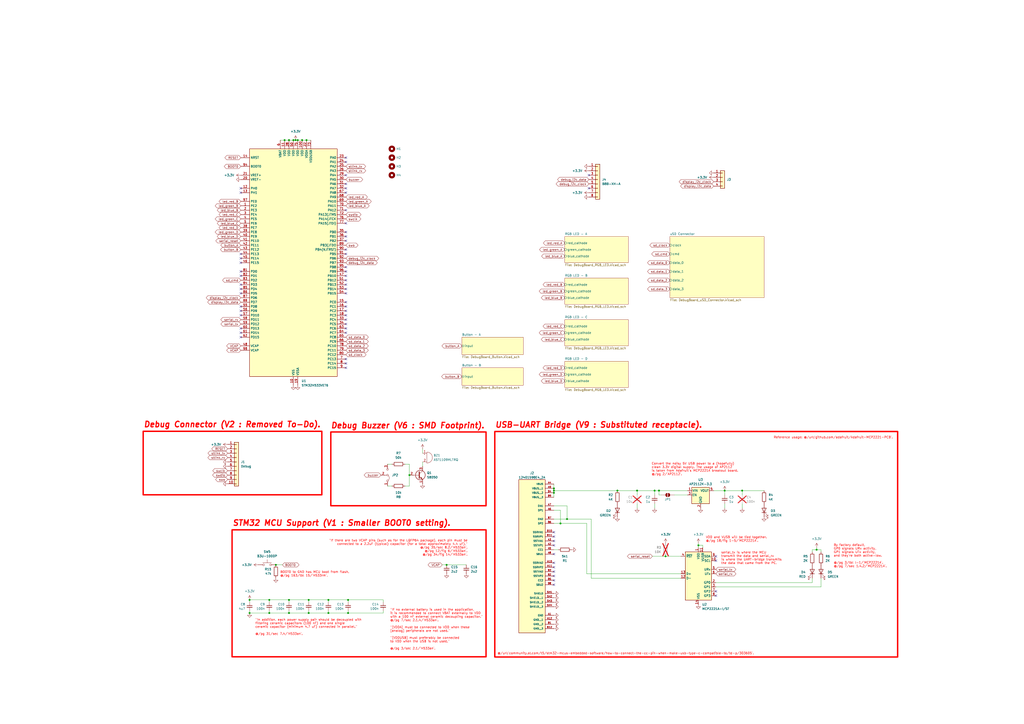
<source format=kicad_sch>
(kicad_sch (version 20250114) (generator "eeschema") (generator_version "9.0")
  (paper "A2")
  (rectangle (start 191.897 250.571) (end 281.94 293.37) (stroke (width 0.8128) (color 255 0 0 1)))
  (rectangle (start 287.02 250.3017) (end 520.7 381.1117) (stroke (width 0.8128) (color 255 0 0 1)))
  (rectangle (start 134.62 307.34) (end 281.94 381) (stroke (width 0.8128) (color 255 0 0 1)))
  (rectangle (start 83.058 250.19) (end 186.69 287.02) (stroke (width 0.8128) (color 255 0 0 1)))
  (text "STM32 MCU Support (V1 : Smaller BOOT0 setting)." (at 134.747 305.435 0) (effects (font (size 3.2512 3.2512) (thickness 0.6502) (bold yes) (italic yes)) (justify left bottom)))
  (text "Debug Connector (V2 : Removed To-Do)." (at 83.185 248.285 0) (effects (font (size 3.2512 3.2512) (thickness 0.6502) (bold yes) (italic yes)) (justify left bottom)))
  (text "Convert the noisy 5V USB power to a (hopefully)\nclean 3.3V digital supply. The usage of AP2112\nis taken from Adafruit's MCP2221A breakout board.\n@/pg 2/`AP2112`." (at 377.952 275.9557 0) (effects (font (size 1.27 1.27) (thickness 0.1588)) (justify left bottom)))
  (text "BOOT0 to GND has MCU boot from flash.\n@/pg 163/tbl 15/`H533rm`." (at 162.56 331.216 0) (effects (font (size 1.27 1.27) (thickness 0.1588)) (justify left top)))
  (text "\"If there are two VCAP pins (such as for the LQFP64 package), each pin must be\nconnected to a 2.2uF (typical) capacitor (for a total approximately 4.4 uF).\"\n@/pg 35/sec 8.2/`H533an`.\n@/pg 12/fig 6/`H533an`.\n@/pg 34/fig 14/`H533an`." (at 271.272 322.58 0) (effects (font (size 1.27 1.27) (thickness 0.1588)) (justify right bottom)))
  (text "\"In addition, each power supply pair should be decoupled with\nfiltering ceramic capacitors (100 nF) and one single\nceramic capacitor (minimum 4.7 uF) connected in parallel.\"\n\n@/pg 31/sec 7.4/`H533an`." (at 148.082 358.902 0) (effects (font (size 1.27 1.27) (thickness 0.1588)) (justify left top)))
  (text "\"If no external battery is used in the application,\nit is recommended to connect VBAT externally to VDD\nwith a 100 nF external ceramic decoupling capacitor.\"\n@/pg 7/sec 2.1.4/`H533an`.\n\n\"[VDDA] must be connected to VDD when these\n[analog] peripherals are not used.\"\n\n\"[VDDUSB] must preferably be connected\nto VDD when the USB is not used.\"\n\n@/pg 3/sec 2.1/`H533an`." (at 226.314 353.06 0) (effects (font (size 1.27 1.27) (thickness 0.1588)) (justify left top)))
  (text "@/url:`community.st.com/t5/stm32-mcus-embedded-software/how-to-connect-the-cc-pin-when-make-usb-type-c-compatible-to/td-p/303605`." (at 288.544 379.8417 0) (effects (font (size 1.27 1.27) (thickness 0.1588)) (justify left bottom)))
  (text "Debug Buzzer (V6 : SMD Footprint)." (at 191.77 248.92 0) (effects (font (size 3.2512 3.2512) (thickness 0.6502) (bold yes) (italic yes)) (justify left bottom)))
  (text "Reference usage: @/url:`github.com/adafruit/Adafruit-MCP2221-PCB`." (at 517.906 253.0957 0) (effects (font (size 1.27 1.27) (thickness 0.1588)) (justify right top)))
  (text "VDD and VUSB will be tied together.\n@/pg 18/fig 1-5/`MCP2221A`." (at 409.448 314.5637 0) (effects (font (size 1.27 1.27) (thickness 0.1588)) (justify left bottom)))
  (text "By factory default,\nGP0 signals URx activity,\nGP1 signals UTx activity,\nand they're both active-low.\n\n@/pg 3/tbl l-1/`MCP2221A`.\n@/pg 7/sec 1.4.2/`MCP2221A`." (at 483.616 315.5797 0) (effects (font (size 1.27 1.27) (thickness 0.1588)) (justify left top)))
  (text "serial_tx is where the MCU\ntransmit the data and serial_rx\nis where the UART-bridge transmits\nthe data that came from the PC." (at 418.338 327.5177 0) (effects (font (size 1.27 1.27) (thickness 0.1588)) (justify left bottom)))
  (text "USB-UART Bridge (V9 : Substituted receptacle)." (at 287.02 248.5237 0) (effects (font (size 3.2512 3.2512) (thickness 0.6502) (bold yes) (italic yes)) (justify left bottom)))
  (junction (at 473.71 318.8817))
  (junction (at 175.26 81.28))
  (junction (at 170.18 81.28))
  (junction (at 171.45 81.28))
  (junction (at 177.8 81.28))
  (junction (at 386.08 322.6917))
  (junction (at 430.53 284.5917))
  (junction (at 167.64 347.98))
  (junction (at 156.21 347.98))
  (junction (at 259.08 327.66))
  (junction (at 179.07 355.6))
  (junction (at 201.93 355.6))
  (junction (at 369.57 284.5917))
  (junction (at 144.78 347.98))
  (junction (at 358.14 284.5917))
  (junction (at 160.02 327.66))
  (junction (at 325.12 303.6417))
  (junction (at 382.27 284.5917))
  (junction (at 179.07 347.98))
  (junction (at 420.37 284.5917))
  (junction (at 379.73 284.5917))
  (junction (at 321.31 285.8617))
  (junction (at 144.78 355.6))
  (junction (at 165.1 81.28))
  (junction (at 201.93 347.98))
  (junction (at 321.31 284.5917))
  (junction (at 328.93 301.1017))
  (junction (at 321.31 283.3217))
  (junction (at 190.5 347.98))
  (junction (at 167.64 81.28))
  (junction (at 237.49 275.59))
  (junction (at 405.13 316.3417))
  (junction (at 190.5 355.6))
  (junction (at 172.72 81.28))
  (junction (at 167.64 355.6))
  (junction (at 156.21 355.6))
  (no_connect (at 321.31 334.1217))
  (no_connect (at 139.7 157.48))
  (no_connect (at 139.7 109.22))
  (no_connect (at 200.66 190.5))
  (no_connect (at 200.66 182.88))
  (no_connect (at 321.31 336.6617))
  (no_connect (at 415.29 345.5517))
  (no_connect (at 415.29 322.6917))
  (no_connect (at 200.66 175.26))
  (no_connect (at 321.31 308.7217))
  (no_connect (at 200.66 160.02))
  (no_connect (at 200.66 154.94))
  (no_connect (at 200.66 93.98))
  (no_connect (at 200.66 187.96))
  (no_connect (at 200.66 162.56))
  (no_connect (at 139.7 180.34))
  (no_connect (at 200.66 109.22))
  (no_connect (at 139.7 165.1))
  (no_connect (at 200.66 167.64))
  (no_connect (at 200.66 121.92))
  (no_connect (at 321.31 329.0417))
  (no_connect (at 139.7 177.8))
  (no_connect (at 200.66 213.36))
  (no_connect (at 321.31 313.8017))
  (no_connect (at 200.66 134.62))
  (no_connect (at 341.63 101.6))
  (no_connect (at 200.66 147.32))
  (no_connect (at 321.31 311.2617))
  (no_connect (at 321.31 331.5817))
  (no_connect (at 200.66 129.54))
  (no_connect (at 200.66 170.18))
  (no_connect (at 139.7 149.86))
  (no_connect (at 321.31 326.5017))
  (no_connect (at 200.66 193.04))
  (no_connect (at 139.7 152.4))
  (no_connect (at 139.7 190.5))
  (no_connect (at 200.66 157.48))
  (no_connect (at 200.66 180.34))
  (no_connect (at 200.66 91.44))
  (no_connect (at 139.7 195.58))
  (no_connect (at 139.7 160.02))
  (no_connect (at 200.66 165.1))
  (no_connect (at 321.31 339.2017))
  (no_connect (at 415.29 325.2317))
  (no_connect (at 139.7 170.18))
  (no_connect (at 321.31 321.4217))
  (no_connect (at 200.66 139.7))
  (no_connect (at 200.66 208.28))
  (no_connect (at 200.66 185.42))
  (no_connect (at 139.7 111.76))
  (no_connect (at 139.7 147.32))
  (no_connect (at 139.7 193.04))
  (no_connect (at 200.66 177.8))
  (no_connect (at 341.63 109.22))
  (no_connect (at 200.66 210.82))
  (no_connect (at 139.7 167.64))
  (no_connect (at 415.29 343.0117))
  (no_connect (at 200.66 111.76))
  (no_connect (at 321.31 316.3417))
  (no_connect (at 200.66 106.68))
  (no_connect (at 200.66 144.78))
  (no_connect (at 139.7 182.88))
  (no_connect (at 200.66 101.6))
  (no_connect (at 200.66 137.16))
  (wire (pts (xy 379.73 284.5917) (xy 382.27 284.5917)))
  (wire (pts (xy 190.5 354.33) (xy 190.5 355.6)))
  (wire (pts (xy 237.49 269.24) (xy 234.95 269.24)))
  (wire (pts (xy 420.37 287.1317) (xy 420.37 284.5917)))
  (wire (pts (xy 245.11 262.89) (xy 245.11 260.35)))
  (wire (pts (xy 382.27 287.1317) (xy 383.54 287.1317)))
  (wire (pts (xy 405.13 316.3417) (xy 407.67 316.3417)))
  (wire (pts (xy 405.13 316.3417) (xy 405.13 317.6117)))
  (wire (pts (xy 382.27 284.5917) (xy 382.27 287.1317)))
  (wire (pts (xy 325.12 303.6417) (xy 340.36 303.6417)))
  (wire (pts (xy 167.64 347.98) (xy 167.64 349.25)))
  (wire (pts (xy 167.64 81.28) (xy 165.1 81.28)))
  (wire (pts (xy 321.31 293.4817) (xy 328.93 293.4817)))
  (wire (pts (xy 222.25 355.6) (xy 201.93 355.6)))
  (wire (pts (xy 328.93 301.1017) (xy 342.9 301.1017)))
  (wire (pts (xy 167.64 354.33) (xy 167.64 355.6)))
  (wire (pts (xy 165.1 81.28) (xy 162.56 81.28)))
  (wire (pts (xy 222.25 354.33) (xy 222.25 355.6)))
  (wire (pts (xy 369.57 284.5917) (xy 379.73 284.5917)))
  (wire (pts (xy 259.08 327.66) (xy 270.51 327.66)))
  (wire (pts (xy 414.02 284.5917) (xy 420.37 284.5917)))
  (wire (pts (xy 321.31 283.3217) (xy 321.31 284.5917)))
  (wire (pts (xy 415.29 340.4717) (xy 476.25 340.4717)))
  (wire (pts (xy 342.9 301.1017) (xy 342.9 335.3917)))
  (wire (pts (xy 321.31 284.5917) (xy 321.31 285.8617)))
  (wire (pts (xy 144.78 347.98) (xy 156.21 347.98)))
  (wire (pts (xy 471.17 318.8817) (xy 471.17 320.1517)))
  (wire (pts (xy 227.33 269.24) (xy 224.79 269.24)))
  (wire (pts (xy 415.29 337.9317) (xy 471.17 337.9317)))
  (wire (pts (xy 144.78 355.6) (xy 156.21 355.6)))
  (wire (pts (xy 420.37 294.7517) (xy 420.37 292.2117)))
  (wire (pts (xy 476.25 318.8817) (xy 476.25 320.1517)))
  (wire (pts (xy 473.71 317.6117) (xy 473.71 318.8817)))
  (wire (pts (xy 430.53 294.7517) (xy 430.53 292.2117)))
  (wire (pts (xy 379.73 294.7517) (xy 379.73 292.2117)))
  (wire (pts (xy 471.17 335.3917) (xy 471.17 337.9317)))
  (wire (pts (xy 179.07 347.98) (xy 190.5 347.98)))
  (wire (pts (xy 179.07 355.6) (xy 190.5 355.6)))
  (wire (pts (xy 167.64 347.98) (xy 179.07 347.98)))
  (wire (pts (xy 321.31 285.8617) (xy 321.31 288.4017)))
  (wire (pts (xy 340.36 332.8517) (xy 394.97 332.8517)))
  (wire (pts (xy 407.67 316.3417) (xy 407.67 317.6117)))
  (wire (pts (xy 201.93 355.6) (xy 201.93 354.33)))
  (wire (pts (xy 476.25 340.4717) (xy 476.25 335.3917)))
  (wire (pts (xy 177.8 81.28) (xy 175.26 81.28)))
  (wire (pts (xy 321.31 301.1017) (xy 328.93 301.1017)))
  (wire (pts (xy 222.25 349.25) (xy 222.25 347.98)))
  (wire (pts (xy 358.14 284.5917) (xy 369.57 284.5917)))
  (wire (pts (xy 321.31 280.7817) (xy 321.31 283.3217)))
  (wire (pts (xy 256.54 327.66) (xy 259.08 327.66)))
  (wire (pts (xy 179.07 347.98) (xy 179.07 349.25)))
  (wire (pts (xy 325.12 296.0217) (xy 325.12 303.6417)))
  (wire (pts (xy 321.31 303.6417) (xy 325.12 303.6417)))
  (wire (pts (xy 430.53 284.5917) (xy 443.23 284.5917)))
  (wire (pts (xy 321.31 296.0217) (xy 325.12 296.0217)))
  (wire (pts (xy 420.37 284.5917) (xy 430.53 284.5917)))
  (wire (pts (xy 340.36 303.6417) (xy 340.36 332.8517)))
  (wire (pts (xy 170.18 81.28) (xy 167.64 81.28)))
  (wire (pts (xy 172.72 81.28) (xy 175.26 81.28)))
  (wire (pts (xy 171.45 81.28) (xy 170.18 81.28)))
  (wire (pts (xy 237.49 269.24) (xy 237.49 275.59)))
  (wire (pts (xy 160.02 327.66) (xy 163.83 327.66)))
  (wire (pts (xy 222.25 347.98) (xy 201.93 347.98)))
  (wire (pts (xy 473.71 318.8817) (xy 476.25 318.8817)))
  (wire (pts (xy 323.85 318.8817) (xy 321.31 318.8817)))
  (wire (pts (xy 227.33 281.94) (xy 224.79 281.94)))
  (wire (pts (xy 378.46 322.6917) (xy 386.08 322.6917)))
  (wire (pts (xy 171.45 81.28) (xy 172.72 81.28)))
  (wire (pts (xy 190.5 347.98) (xy 190.5 349.25)))
  (wire (pts (xy 156.21 347.98) (xy 167.64 347.98)))
  (wire (pts (xy 156.21 354.33) (xy 156.21 355.6)))
  (wire (pts (xy 156.21 349.25) (xy 156.21 347.98)))
  (wire (pts (xy 156.21 355.6) (xy 167.64 355.6)))
  (wire (pts (xy 201.93 347.98) (xy 190.5 347.98)))
  (wire (pts (xy 201.93 347.98) (xy 201.93 349.25)))
  (wire (pts (xy 369.57 294.7517) (xy 369.57 292.2117)))
  (wire (pts (xy 386.08 322.6917) (xy 394.97 322.6917)))
  (wire (pts (xy 237.49 281.94) (xy 234.95 281.94)))
  (wire (pts (xy 179.07 354.33) (xy 179.07 355.6)))
  (wire (pts (xy 245.11 267.97) (xy 245.11 270.51)))
  (wire (pts (xy 382.27 284.5917) (xy 398.78 284.5917)))
  (wire (pts (xy 144.78 347.98) (xy 144.78 349.25)))
  (wire (pts (xy 177.8 81.28) (xy 180.34 81.28)))
  (wire (pts (xy 430.53 287.1317) (xy 430.53 284.5917)))
  (wire (pts (xy 405.13 315.0717) (xy 405.13 316.3417)))
  (wire (pts (xy 342.9 335.3917) (xy 394.97 335.3917)))
  (wire (pts (xy 237.49 275.59) (xy 237.49 281.94)))
  (wire (pts (xy 167.64 355.6) (xy 179.07 355.6)))
  (wire (pts (xy 201.93 355.6) (xy 190.5 355.6)))
  (wire (pts (xy 144.78 354.33) (xy 144.78 355.6)))
  (wire (pts (xy 471.17 318.8817) (xy 473.71 318.8817)))
  (wire (pts (xy 391.16 287.1317) (xy 398.78 287.1317)))
  (wire (pts (xy 321.31 284.5917) (xy 358.14 284.5917)))
  (wire (pts (xy 328.93 293.4817) (xy 328.93 301.1017)))
  (wire (pts (xy 379.73 287.1317) (xy 379.73 284.5917)))
  (wire (pts (xy 369.57 287.1317) (xy 369.57 284.5917)))
  (global_label "swo" (shape bidirectional) (at 132.08 278.13 180) (property "Intersheetrefs" "${INTERSHEET_REFS}" (effects (hide yes))))
  (global_label "serial_reset" (shape bidirectional) (at 378.46 322.6917 180) (property "Intersheetrefs" "${INTERSHEET_REFS}" (effects (hide yes))))
  (global_label "led_blue_A" (shape bidirectional) (at 200.66 119.38 0) (property "Intersheetrefs" "${INTERSHEET_REFS}" (effects (hide yes))))
  (global_label "serial_tx" (shape bidirectional) (at 415.29 330.3117 0) (property "Intersheetrefs" "${INTERSHEET_REFS}" (effects (hide yes))))
  (global_label "serial_reset" (shape bidirectional) (at 139.7 139.7 180) (property "Intersheetrefs" "${INTERSHEET_REFS}" (effects (hide yes))))
  (global_label "BOOT0" (shape bidirectional) (at 163.83 327.66 0) (property "Intersheetrefs" "${INTERSHEET_REFS}" (effects (hide yes))))
  (global_label "led_green_A" (shape bidirectional) (at 200.66 116.84 0) (property "Intersheetrefs" "${INTERSHEET_REFS}" (effects (hide yes))))
  (global_label "led_blue_B" (shape bidirectional) (at 327.66 172.72 180) (property "Intersheetrefs" "${INTERSHEET_REFS}" (effects (hide yes))))
  (global_label "led_red_B" (shape bidirectional) (at 327.66 165.1 180) (property "Intersheetrefs" "${INTERSHEET_REFS}" (effects (hide yes))))
  (global_label "serial_rx" (shape bidirectional) (at 415.29 332.8517 0) (property "Intersheetrefs" "${INTERSHEET_REFS}" (effects (hide yes))))
  (global_label "RESET" (shape bidirectional) (at 132.08 260.35 180) (property "Intersheetrefs" "${INTERSHEET_REFS}" (effects (hide yes))))
  (global_label "led_red_C" (shape bidirectional) (at 327.66 189.23 180) (property "Intersheetrefs" "${INTERSHEET_REFS}" (effects (hide yes))))
  (global_label "button_B" (shape bidirectional) (at 139.7 144.78 180) (property "Intersheetrefs" "${INTERSHEET_REFS}" (effects (hide yes))))
  (global_label "sd_clock" (shape bidirectional) (at 200.66 205.74 0) (property "Intersheetrefs" "${INTERSHEET_REFS}" (effects (hide yes))))
  (global_label "button_B" (shape bidirectional) (at 267.97 218.44 180) (property "Intersheetrefs" "${INTERSHEET_REFS}" (effects (hide yes))))
  (global_label "led_red_A" (shape bidirectional) (at 200.66 114.3 0) (property "Intersheetrefs" "${INTERSHEET_REFS}" (effects (hide yes))))
  (global_label "swclk" (shape bidirectional) (at 132.08 273.05 180) (property "Intersheetrefs" "${INTERSHEET_REFS}" (effects (hide yes))))
  (global_label "BOOT0" (shape bidirectional) (at 139.7 96.52 180) (property "Intersheetrefs" "${INTERSHEET_REFS}" (effects (hide yes))))
  (global_label "debug_i2c_clock" (shape bidirectional) (at 200.66 149.86 0) (property "Intersheetrefs" "${INTERSHEET_REFS}" (effects (hide yes))))
  (global_label "sd_data_2" (shape bidirectional) (at 200.66 200.66 0) (property "Intersheetrefs" "${INTERSHEET_REFS}" (effects (hide yes))))
  (global_label "led_green_C" (shape bidirectional) (at 139.7 127 180) (property "Intersheetrefs" "${INTERSHEET_REFS}" (effects (hide yes))))
  (global_label "led_blue_D" (shape bidirectional) (at 327.66 220.98 180) (property "Intersheetrefs" "${INTERSHEET_REFS}" (effects (hide yes))))
  (global_label "stlink_tx" (shape bidirectional) (at 200.66 96.52 0) (property "Intersheetrefs" "${INTERSHEET_REFS}" (effects (hide yes))))
  (global_label "sd_data_0" (shape bidirectional) (at 200.66 195.58 0) (property "Intersheetrefs" "${INTERSHEET_REFS}" (effects (hide yes))))
  (global_label "stlink_tx" (shape bidirectional) (at 132.08 262.89 180) (property "Intersheetrefs" "${INTERSHEET_REFS}" (effects (hide yes))))
  (global_label "display_i2c_clock" (shape bidirectional) (at 414.02 105.41 180) (property "Intersheetrefs" "${INTERSHEET_REFS}" (effects (hide yes))))
  (global_label "sd_cmd" (shape bidirectional) (at 139.7 162.56 180) (property "Intersheetrefs" "${INTERSHEET_REFS}" (effects (hide yes))))
  (global_label "VCAP" (shape bidirectional) (at 256.54 327.66 180) (property "Intersheetrefs" "${INTERSHEET_REFS}" (effects (hide yes))))
  (global_label "sd_data_0" (shape bidirectional) (at 388.62 152.4 180) (property "Intersheetrefs" "${INTERSHEET_REFS}" (effects (hide yes))))
  (global_label "debug_i2c_data" (shape bidirectional) (at 341.63 104.14 180) (property "Intersheetrefs" "${INTERSHEET_REFS}" (effects (hide yes))))
  (global_label "swdio" (shape bidirectional) (at 132.08 275.59 180) (property "Intersheetrefs" "${INTERSHEET_REFS}" (effects (hide yes))))
  (global_label "led_blue_D" (shape bidirectional) (at 139.7 137.16 180) (property "Intersheetrefs" "${INTERSHEET_REFS}" (effects (hide yes))))
  (global_label "sd_data_2" (shape bidirectional) (at 388.62 162.56 180) (property "Intersheetrefs" "${INTERSHEET_REFS}" (effects (hide yes))))
  (global_label "led_blue_C" (shape bidirectional) (at 327.66 196.85 180) (property "Intersheetrefs" "${INTERSHEET_REFS}" (effects (hide yes))))
  (global_label "led_green_B" (shape bidirectional) (at 327.66 168.91 180) (property "Intersheetrefs" "${INTERSHEET_REFS}" (effects (hide yes))))
  (global_label "swclk" (shape bidirectional) (at 200.66 127 0) (property "Intersheetrefs" "${INTERSHEET_REFS}" (effects (hide yes))))
  (global_label "buzzer" (shape bidirectional) (at 220.98 275.59 180) (property "Intersheetrefs" "${INTERSHEET_REFS}" (effects (hide yes))))
  (global_label "led_red_C" (shape bidirectional) (at 139.7 124.46 180) (property "Intersheetrefs" "${INTERSHEET_REFS}" (effects (hide yes))))
  (global_label "button_A" (shape bidirectional) (at 267.97 200.66 180) (property "Intersheetrefs" "${INTERSHEET_REFS}" (effects (hide yes))))
  (global_label "led_green_D" (shape bidirectional) (at 139.7 134.62 180) (property "Intersheetrefs" "${INTERSHEET_REFS}" (effects (hide yes))))
  (global_label "sd_data_1" (shape bidirectional) (at 200.66 198.12 0) (property "Intersheetrefs" "${INTERSHEET_REFS}" (effects (hide yes))))
  (global_label "led_red_B" (shape bidirectional) (at 139.7 116.84 180) (property "Intersheetrefs" "${INTERSHEET_REFS}" (effects (hide yes))))
  (global_label "display_i2c_data" (shape bidirectional) (at 139.7 175.26 180) (property "Intersheetrefs" "${INTERSHEET_REFS}" (effects (hide yes))))
  (global_label "swo" (shape bidirectional) (at 200.66 142.24 0) (property "Intersheetrefs" "${INTERSHEET_REFS}" (effects (hide yes))))
  (global_label "debug_i2c_data" (shape bidirectional) (at 200.66 152.4 0) (property "Intersheetrefs" "${INTERSHEET_REFS}" (effects (hide yes))))
  (global_label "led_blue_A" (shape bidirectional) (at 327.66 148.59 180) (property "Intersheetrefs" "${INTERSHEET_REFS}" (effects (hide yes))))
  (global_label "display_i2c_clock" (shape bidirectional) (at 139.7 172.72 180) (property "Intersheetrefs" "${INTERSHEET_REFS}" (effects (hide yes))))
  (global_label "stlink_rx" (shape bidirectional) (at 132.08 265.43 180) (property "Intersheetrefs" "${INTERSHEET_REFS}" (effects (hide yes))))
  (global_label "debug_i2c_clock" (shape bidirectional) (at 341.63 106.68 180) (property "Intersheetrefs" "${INTERSHEET_REFS}" (effects (hide yes))))
  (global_label "led_red_D" (shape bidirectional) (at 327.66 213.36 180) (property "Intersheetrefs" "${INTERSHEET_REFS}" (effects (hide yes))))
  (global_label "stlink_rx" (shape bidirectional) (at 200.66 99.06 0) (property "Intersheetrefs" "${INTERSHEET_REFS}" (effects (hide yes))))
  (global_label "led_green_A" (shape bidirectional) (at 327.66 144.78 180) (property "Intersheetrefs" "${INTERSHEET_REFS}" (effects (hide yes))))
  (global_label "display_i2c_data" (shape bidirectional) (at 414.02 107.95 180) (property "Intersheetrefs" "${INTERSHEET_REFS}" (effects (hide yes))))
  (global_label "led_green_D" (shape bidirectional) (at 327.66 217.17 180) (property "Intersheetrefs" "${INTERSHEET_REFS}" (effects (hide yes))))
  (global_label "VCAP" (shape bidirectional) (at 139.7 200.66 180) (property "Intersheetrefs" "${INTERSHEET_REFS}" (effects (hide yes))))
  (global_label "sd_data_3" (shape bidirectional) (at 200.66 203.2 0) (property "Intersheetrefs" "${INTERSHEET_REFS}" (effects (hide yes))))
  (global_label "sd_cmd" (shape bidirectional) (at 388.62 147.32 180) (property "Intersheetrefs" "${INTERSHEET_REFS}" (effects (hide yes))))
  (global_label "VCAP" (shape bidirectional) (at 139.7 203.2 180) (property "Intersheetrefs" "${INTERSHEET_REFS}" (effects (hide yes))))
  (global_label "sd_data_3" (shape bidirectional) (at 388.62 167.64 180) (property "Intersheetrefs" "${INTERSHEET_REFS}" (effects (hide yes))))
  (global_label "led_blue_C" (shape bidirectional) (at 139.7 129.54 180) (property "Intersheetrefs" "${INTERSHEET_REFS}" (effects (hide yes))))
  (global_label "led_blue_B" (shape bidirectional) (at 139.7 121.92 180) (property "Intersheetrefs" "${INTERSHEET_REFS}" (effects (hide yes))))
  (global_label "swdio" (shape bidirectional) (at 200.66 124.46 0) (property "Intersheetrefs" "${INTERSHEET_REFS}" (effects (hide yes))))
  (global_label "buzzer" (shape bidirectional) (at 200.66 104.14 0) (property "Intersheetrefs" "${INTERSHEET_REFS}" (effects (hide yes))))
  (global_label "led_green_B" (shape bidirectional) (at 139.7 119.38 180) (property "Intersheetrefs" "${INTERSHEET_REFS}" (effects (hide yes))))
  (global_label "serial_rx" (shape bidirectional) (at 139.7 185.42 180) (property "Intersheetrefs" "${INTERSHEET_REFS}" (effects (hide yes))))
  (global_label "RESET" (shape bidirectional) (at 139.7 91.44 180) (property "Intersheetrefs" "${INTERSHEET_REFS}" (effects (hide yes))))
  (global_label "led_red_A" (shape bidirectional) (at 327.66 140.97 180) (property "Intersheetrefs" "${INTERSHEET_REFS}" (effects (hide yes))))
  (global_label "button_A" (shape bidirectional) (at 139.7 142.24 180) (property "Intersheetrefs" "${INTERSHEET_REFS}" (effects (hide yes))))
  (global_label "led_green_C" (shape bidirectional) (at 327.66 193.04 180) (property "Intersheetrefs" "${INTERSHEET_REFS}" (effects (hide yes))))
  (global_label "serial_tx" (shape bidirectional) (at 139.7 187.96 180) (property "Intersheetrefs" "${INTERSHEET_REFS}" (effects (hide yes))))
  (global_label "sd_clock" (shape bidirectional) (at 388.62 142.24 180) (property "Intersheetrefs" "${INTERSHEET_REFS}" (effects (hide yes))))
  (global_label "sd_data_1" (shape bidirectional) (at 388.62 157.48 180) (property "Intersheetrefs" "${INTERSHEET_REFS}" (effects (hide yes))))
  (global_label "led_red_D" (shape bidirectional) (at 139.7 132.08 180) (property "Intersheetrefs" "${INTERSHEET_REFS}" (effects (hide yes))))
  (symbol (lib_id "power:+3.3V") (at 171.45 81.28 0) (unit 1)
    (property "Reference" "#PWR013" (effects (hide yes)))
    (property "Value" "+3.3V" (at 171.45 76.2 0))
    (property "Description" "Power symbol creates a global label with name \"+3.3V\"" (effects (hide yes)))
  )
  (symbol (lib_id "Device:R") (at 160.02 331.47 0) (mirror x) (unit 1)
    (property "Reference" "R15" (at 157.48 330.1999 0) (effects (justify right)))
    (property "Value" "47k" (at 157.48 332.7399 0) (effects (justify right)))
    (property "Footprint" "Resistor_SMD:R_1206_3216Metric_Pad1.30x1.75mm_HandSolder" (effects (hide yes)))
    (property "Description" "Resistor" (effects (hide yes)))
  )
  (symbol (lib_id "power:+3.3V") (at 149.86 327.66 90) (unit 1)
    (property "Reference" "#PWR0125" (effects (hide yes)))
    (property "Value" "+3.3V" (at 146.05 327.6599 90) (effects (justify left)))
    (property "Description" "Power symbol creates a global label with name \"+3.3V\"" (effects (hide yes)))
  )
  (symbol (lib_id "Device:LED") (at 358.14 296.0217 270) (mirror x) (unit 1)
    (property "Reference" "D2" (at 354.33 296.3391 90) (effects (justify right)))
    (property "Value" "GREEN" (at 354.33 298.8791 90) (effects (justify right)))
    (property "Footprint" "LED_SMD:LED_1206_3216Metric_Pad1.42x1.75mm_HandSolder" (effects (hide yes)))
    (property "Description" "Light emitting diode" (effects (hide yes)))
    (property "Sim.Pins" "1=K 2=A" (effects (hide yes)))
  )
  (symbol (lib_id "Device:R") (at 358.14 288.4017 0) (unit 1)
    (property "Reference" "R2" (at 355.6 287.1316 0) (effects (justify right)))
    (property "Value" "4K" (at 355.6 289.6716 0) (effects (justify right)))
    (property "Footprint" "Resistor_SMD:R_1206_3216Metric_Pad1.30x1.75mm_HandSolder" (effects (hide yes)))
    (property "Description" "Resistor" (effects (hide yes)))
  )
  (symbol (lib_id "power:+3.3V") (at 132.08 257.81 90) (unit 1)
    (property "Reference" "#PWR0101" (effects (hide yes)))
    (property "Value" "+3.3V" (at 128.27 257.8099 90) (effects (justify left)))
    (property "Description" "Power symbol creates a global label with name \"+3.3V\"" (effects (hide yes)))
  )
  (symbol (lib_id "Mechanical:MountingHole") (at 227.33 91.44 0) (unit 1) (in_bom no)
    (property "Reference" "H2" (at 229.87 91.4399 0) (effects (justify left)))
    (property "Value" "MountingHole" (effects (hide yes)))
    (property "Footprint" "MountingHole:MountingHole_3.2mm_M3" (effects (hide yes)))
    (property "Description" "Mounting Hole without connection" (effects (hide yes)))
  )
  (symbol (lib_id "power:GND") (at 245.11 280.67 0) (unit 1)
    (property "Reference" "#PWR0121" (effects (hide yes)))
    (property "Value" "GND" (effects (hide yes)))
    (property "Description" "Power symbol creates a global label with name \"GND\" , ground" (effects (hide yes)))
  )
  (symbol (lib_id "Switch:SW_Push") (at 154.94 327.66 0) (unit 1)
    (property "Reference" "SW5" (at 154.94 320.04 0))
    (property "Value" "B3U-1000P" (at 154.94 322.58 0))
    (property "Footprint" "Button_Switch_SMD:SW_SPST_B3U-1000P" (effects (hide yes)))
    (property "Description" "Push button switch, generic, two pins" (effects (hide yes)))
  )
  (symbol (lib_id "Device:C_Small") (at 167.64 351.79 0) (mirror y) (unit 1)
    (property "Reference" "C10" (at 165.1 350.5262 0) (effects (justify left)))
    (property "Value" "100n" (at 165.1 353.0662 0) (effects (justify left)))
    (property "Footprint" "Capacitor_SMD:C_1206_3216Metric_Pad1.33x1.80mm_HandSolder" (effects (hide yes)))
    (property "Description" "Unpolarized capacitor, small symbol" (effects (hide yes)))
  )
  (symbol (lib_id "Device:C_Small") (at 144.78 351.79 0) (mirror y) (unit 1)
    (property "Reference" "C8" (at 142.24 350.5262 0) (effects (justify left)))
    (property "Value" "4u7" (at 142.24 353.0662 0) (effects (justify left)))
    (property "Footprint" "Capacitor_SMD:C_1206_3216Metric_Pad1.33x1.80mm_HandSolder" (effects (hide yes)))
    (property "Description" "Unpolarized capacitor, small symbol" (effects (hide yes)))
  )
  (symbol (lib_id "power:GND") (at 369.57 294.7517 0) (mirror y) (unit 1)
    (property "Reference" "#PWR?" (effects (hide yes)))
    (property "Value" "GND" (effects (hide yes)))
    (property "Description" "Power symbol creates a global label with name \"GND\" , ground" (effects (hide yes)))
  )
  (symbol (lib_id "Device:LED") (at 443.23 296.0217 90) (unit 1)
    (property "Reference" "D3" (at 447.04 296.3391 90) (effects (justify right)))
    (property "Value" "GREEN" (at 447.04 298.8791 90) (effects (justify right)))
    (property "Footprint" "LED_SMD:LED_1206_3216Metric_Pad1.42x1.75mm_HandSolder" (effects (hide yes)))
    (property "Description" "Light emitting diode" (effects (hide yes)))
    (property "Sim.Pins" "1=K 2=A" (effects (hide yes)))
  )
  (symbol (lib_id "Connector_Generic:Conn_01x10") (at 137.16 267.97 0) (unit 1)
    (property "Reference" "J1" (at 139.7 267.9699 0) (effects (justify left)))
    (property "Value" "Debug" (at 139.7 270.5099 0) (effects (justify left)))
    (property "Footprint" "pcb:Molex_PicoBlade_53047-1010_1x10_P1.25mm_Vertical" (effects (hide yes)))
    (property "Description" "Generic connector, single row, 01x10, script generated (kicad-library-utils/schlib/autogen/connector/)" (effects (hide yes)))
  )
  (symbol (lib_id "power:GND") (at 321.31 346.8217 90) (unit 1)
    (property "Reference" "#PWR?" (effects (hide yes)))
    (property "Value" "GND" (effects (hide yes)))
    (property "Description" "Power symbol creates a global label with name \"GND\" , ground" (effects (hide yes)))
  )
  (symbol (lib_id "Mechanical:MountingHole") (at 227.33 101.6 0) (unit 1) (in_bom no)
    (property "Reference" "H4" (at 229.87 101.5999 0) (effects (justify left)))
    (property "Value" "MountingHole" (effects (hide yes)))
    (property "Footprint" "MountingHole:MountingHole_3.2mm_M3" (effects (hide yes)))
    (property "Description" "Mounting Hole without connection" (effects (hide yes)))
  )
  (symbol (lib_id "power:GND") (at 170.18 223.52 0) (unit 1)
    (property "Reference" "#PWR012" (effects (hide yes)))
    (property "Value" "GND" (effects (hide yes)))
    (property "Description" "Power symbol creates a global label with name \"GND\" , ground" (effects (hide yes)))
  )
  (symbol (lib_id "Connector_Generic:Conn_01x08") (at 346.71 104.14 0) (unit 1)
    (property "Reference" "J4" (at 349.25 104.1399 0) (effects (justify left)))
    (property "Value" "B8B-XH-A" (at 349.25 106.6799 0) (effects (justify left)))
    (property "Footprint" "Connector_JST:JST_XH_B8B-XH-A_1x08_P2.50mm_Vertical" (effects (hide yes)))
    (property "Description" "Generic connector, single row, 01x08, script generated (kicad-library-utils/schlib/autogen/connector/)" (effects (hide yes)))
  )
  (symbol (lib_id "power:GND") (at 172.72 223.52 0) (unit 1)
    (property "Reference" "#PWR014" (effects (hide yes)))
    (property "Value" "GND" (effects (hide yes)))
    (property "Description" "Power symbol creates a global label with name \"GND\" , ground" (effects (hide yes)))
  )
  (symbol (lib_id "Connector_Generic:Conn_01x04") (at 419.1 102.87 0) (unit 1)
    (property "Reference" "J3" (at 421.64 104.1399 0) (effects (justify left)))
    (property "Value" "Conn_01x04" (effects (hide yes)))
    (property "Footprint" "pcb:SSD1306_Module_Connector" (effects (hide yes)))
    (property "Description" "Generic connector, single row, 01x04, script generated (kicad-library-utils/schlib/autogen/connector/)" (effects (hide yes)))
  )
  (symbol (lib_id "power:GND") (at 321.31 359.5217 90) (unit 1)
    (property "Reference" "#PWR?" (effects (hide yes)))
    (property "Value" "GND" (effects (hide yes)))
    (property "Description" "Power symbol creates a global label with name \"GND\" , ground" (effects (hide yes)))
  )
  (symbol (lib_id "power:GND") (at 331.47 318.8817 90) (unit 1)
    (property "Reference" "#PWR?" (effects (hide yes)))
    (property "Value" "GND" (effects (hide yes)))
    (property "Description" "Power symbol creates a global label with name \"GND\" , ground" (effects (hide yes)))
  )
  (symbol (lib_id "power:+3.3V") (at 386.08 315.0717 0) (unit 1)
    (property "Reference" "#PWR?" (effects (hide yes)))
    (property "Value" "+3.3V" (at 386.08 309.9917 0))
    (property "Description" "Power symbol creates a global label with name \"+3.3V\"" (effects (hide yes)))
  )
  (symbol (lib_id "Device:R") (at 443.23 288.4017 0) (mirror y) (unit 1)
    (property "Reference" "R4" (at 445.77 287.1316 0) (effects (justify right)))
    (property "Value" "4K" (at 445.77 289.6716 0) (effects (justify right)))
    (property "Footprint" "Resistor_SMD:R_1206_3216Metric_Pad1.30x1.75mm_HandSolder" (effects (hide yes)))
    (property "Description" "Resistor" (effects (hide yes)))
  )
  (symbol (lib_id "power:GND") (at 139.7 104.14 270) (unit 1)
    (property "Reference" "#PWR06" (effects (hide yes)))
    (property "Value" "GND" (effects (hide yes)))
    (property "Description" "Power symbol creates a global label with name \"GND\" , ground" (effects (hide yes)))
  )
  (symbol (lib_id "power:+3.3V") (at 420.37 284.5917 0) (unit 1)
    (property "Reference" "#PWR?" (effects (hide yes)))
    (property "Value" "+3.3V" (at 420.37 279.5117 0))
    (property "Description" "Power symbol creates a global label with name \"+3.3V\"" (effects (hide yes)))
  )
  (symbol (lib_id "power:GND") (at 341.63 96.52 270) (unit 1)
    (property "Reference" "#PWR020" (effects (hide yes)))
    (property "Value" "GND" (effects (hide yes)))
    (property "Description" "Power symbol creates a global label with name \"GND\" , ground" (effects (hide yes)))
  )
  (symbol (lib_id "power:GND") (at 321.31 362.0617 90) (unit 1)
    (property "Reference" "#PWR?" (effects (hide yes)))
    (property "Value" "GND" (effects (hide yes)))
    (property "Description" "Power symbol creates a global label with name \"GND\" , ground" (effects (hide yes)))
  )
  (symbol (lib_id "Device:C_Small") (at 222.25 351.79 0) (mirror y) (unit 1)
    (property "Reference" "C14" (at 219.71 350.5262 0) (effects (justify left)))
    (property "Value" "100n" (at 219.71 353.0662 0) (effects (justify left)))
    (property "Footprint" "Capacitor_SMD:C_1206_3216Metric_Pad1.33x1.80mm_HandSolder" (effects (hide yes)))
    (property "Description" "Unpolarized capacitor, small symbol" (effects (hide yes)))
  )
  (symbol (lib_id "Device:R") (at 476.25 323.9617 180) (unit 1)
    (property "Reference" "R6" (at 478.79 322.6916 0) (effects (justify right)))
    (property "Value" "2K" (at 478.79 325.2316 0) (effects (justify right)))
    (property "Footprint" "Resistor_SMD:R_1206_3216Metric_Pad1.30x1.75mm_HandSolder" (effects (hide yes)))
    (property "Description" "Resistor" (effects (hide yes)))
  )
  (symbol (lib_id "power:GND") (at 132.08 280.67 270) (mirror x) (unit 1)
    (property "Reference" "#PWR0104" (effects (hide yes)))
    (property "Value" "GND" (effects (hide yes)))
    (property "Description" "Power symbol creates a global label with name \"GND\" , ground" (effects (hide yes)))
  )
  (symbol (lib_id "power:GND") (at 420.37 294.7517 0) (unit 1)
    (property "Reference" "#PWR?" (effects (hide yes)))
    (property "Value" "GND" (effects (hide yes)))
    (property "Description" "Power symbol creates a global label with name \"GND\" , ground" (effects (hide yes)))
  )
  (symbol (lib_id "Device:LED") (at 471.17 331.5817 270) (mirror x) (unit 1)
    (property "Reference" "D4" (at 467.36 331.8991 90) (effects (justify right)))
    (property "Value" "RED" (at 467.36 334.4391 90) (effects (justify right)))
    (property "Footprint" "LED_SMD:LED_1206_3216Metric_Pad1.42x1.75mm_HandSolder" (effects (hide yes)))
    (property "Description" "Light emitting diode" (effects (hide yes)))
    (property "Sim.Pins" "1=K 2=A" (effects (hide yes)))
  )
  (symbol (lib_id "power:+3.3V") (at 144.78 347.98 0) (unit 1)
    (property "Reference" "#PWR0127" (effects (hide yes)))
    (property "Value" "+3.3V" (at 144.78 342.9 0))
    (property "Description" "Power symbol creates a global label with name \"+3.3V\"" (effects (hide yes)))
  )
  (symbol (lib_id "power:GND") (at 321.31 349.3617 90) (unit 1)
    (property "Reference" "#PWR?" (effects (hide yes)))
    (property "Value" "GND" (effects (hide yes)))
    (property "Description" "Power symbol creates a global label with name \"GND\" , ground" (effects (hide yes)))
  )
  (symbol (lib_id "power:GND") (at 321.31 364.6017 90) (unit 1)
    (property "Reference" "#PWR?" (effects (hide yes)))
    (property "Value" "GND" (effects (hide yes)))
    (property "Description" "Power symbol creates a global label with name \"GND\" , ground" (effects (hide yes)))
  )
  (symbol (lib_id "Device:R") (at 471.17 323.9617 0) (unit 1)
    (property "Reference" "R5" (at 468.63 322.6916 0) (effects (justify right)))
    (property "Value" "2K" (at 468.63 325.2316 0) (effects (justify right)))
    (property "Footprint" "Resistor_SMD:R_1206_3216Metric_Pad1.30x1.75mm_HandSolder" (effects (hide yes)))
    (property "Description" "Resistor" (effects (hide yes)))
  )
  (symbol (lib_id "power:GND") (at 321.31 344.2817 90) (unit 1)
    (property "Reference" "#PWR?" (effects (hide yes)))
    (property "Value" "GND" (effects (hide yes)))
    (property "Description" "Power symbol creates a global label with name \"GND\" , ground" (effects (hide yes)))
  )
  (symbol (lib_id "power:+3.3V") (at 341.63 111.76 90) (unit 1)
    (property "Reference" "#PWR019" (effects (hide yes)))
    (property "Value" "+3.3V" (at 337.82 111.7599 90) (effects (justify left)))
    (property "Description" "Power symbol creates a global label with name \"+3.3V\"" (effects (hide yes)))
  )
  (symbol (lib_id "Mechanical:MountingHole") (at 227.33 86.36 0) (unit 1) (in_bom no)
    (property "Reference" "H1" (at 229.87 86.3599 0) (effects (justify left)))
    (property "Value" "MountingHole" (effects (hide yes)))
    (property "Footprint" "MountingHole:MountingHole_3.2mm_M3" (effects (hide yes)))
    (property "Description" "Mounting Hole without connection" (effects (hide yes)))
  )
  (symbol (lib_id "Device:C_Small") (at 379.73 289.6717 0) (mirror y) (unit 1)
    (property "Reference" "C2" (at 377.19 288.4079 0) (effects (justify left)))
    (property "Value" "1u" (at 377.19 290.9479 0) (effects (justify left)))
    (property "Footprint" "Capacitor_SMD:C_1206_3216Metric_Pad1.33x1.80mm_HandSolder" (effects (hide yes)))
    (property "Description" "Unpolarized capacitor, small symbol" (effects (hide yes)))
  )
  (symbol (lib_id "power:+3.3V") (at 139.7 101.6 90) (unit 1)
    (property "Reference" "#PWR05" (effects (hide yes)))
    (property "Value" "+3.3V" (at 135.89 101.5999 90) (effects (justify left)))
    (property "Description" "Power symbol creates a global label with name \"+3.3V\"" (effects (hide yes)))
  )
  (symbol (lib_id "power:GND") (at 341.63 114.3 270) (unit 1)
    (property "Reference" "#PWR02" (effects (hide yes)))
    (property "Value" "GND" (effects (hide yes)))
    (property "Description" "Power symbol creates a global label with name \"GND\" , ground" (effects (hide yes)))
  )
  (symbol (lib_id "power:+3.3V") (at 473.71 317.6117 0) (unit 1)
    (property "Reference" "#PWR?" (effects (hide yes)))
    (property "Value" "+3.3V" (at 473.71 312.5317 0))
    (property "Description" "Power symbol creates a global label with name \"+3.3V\"" (effects (hide yes)))
  )
  (symbol (lib_id "Device:C_Small") (at 201.93 351.79 0) (mirror y) (unit 1)
    (property "Reference" "C13" (at 199.39 350.5262 0) (effects (justify left)))
    (property "Value" "100n" (at 199.39 353.0662 0) (effects (justify left)))
    (property "Footprint" "Capacitor_SMD:C_1206_3216Metric_Pad1.33x1.80mm_HandSolder" (effects (hide yes)))
    (property "Description" "Unpolarized capacitor, small symbol" (effects (hide yes)))
  )
  (symbol (lib_id "power:GND") (at 443.23 299.8317 0) (mirror y) (unit 1)
    (property "Reference" "#PWR?" (effects (hide yes)))
    (property "Value" "GND" (effects (hide yes)))
    (property "Description" "Power symbol creates a global label with name \"GND\" , ground" (effects (hide yes)))
  )
  (symbol (lib_id "power:GND") (at 321.31 351.9017 90) (unit 1)
    (property "Reference" "#PWR?" (effects (hide yes)))
    (property "Value" "GND" (effects (hide yes)))
    (property "Description" "Power symbol creates a global label with name \"GND\" , ground" (effects (hide yes)))
  )
  (symbol (lib_id "Jumper:Jumper_3_Bridged12") (at 224.79 275.59 270) (mirror x) (unit 1)
    (property "Reference" "JP2" (at 227.33 275.5899 90) (effects (justify left)))
    (property "Value" "Jumper_3_Bridged12" (effects (hide yes)))
    (property "Footprint" "Connector_PinHeader_2.54mm:PinHeader_1x03_P2.54mm_Vertical" (effects (hide yes)))
    (property "Description" "Jumper, 3-pole, pins 1+2 closed/bridged" (effects (hide yes)))
  )
  (symbol (lib_id "power:GND") (at 259.08 332.74 0) (unit 1)
    (property "Reference" "#PWR0124" (effects (hide yes)))
    (property "Value" "GND" (effects (hide yes)))
    (property "Description" "Power symbol creates a global label with name \"GND\" , ground" (effects (hide yes)))
  )
  (symbol (lib_id "power:GND") (at 405.13 350.6317 0) (unit 1)
    (property "Reference" "#PWR?" (effects (hide yes)))
    (property "Value" "GND" (effects (hide yes)))
    (property "Description" "Power symbol creates a global label with name \"GND\" , ground" (effects (hide yes)))
  )
  (symbol (lib_id "power:+3.3V") (at 414.02 102.87 90) (unit 1)
    (property "Reference" "#PWR03" (effects (hide yes)))
    (property "Value" "+3.3V" (at 410.21 102.8699 90) (effects (justify left)))
    (property "Description" "Power symbol creates a global label with name \"+3.3V\"" (effects (hide yes)))
  )
  (symbol (lib_id "Mechanical:MountingHole") (at 227.33 96.52 0) (unit 1) (in_bom no)
    (property "Reference" "H3" (at 229.87 96.5199 0) (effects (justify left)))
    (property "Value" "MountingHole" (effects (hide yes)))
    (property "Footprint" "MountingHole:MountingHole_3.2mm_M3" (effects (hide yes)))
    (property "Description" "Mounting Hole without connection" (effects (hide yes)))
  )
  (symbol (lib_id "Device:C_Small") (at 270.51 330.2 0) (unit 1)
    (property "Reference" "C16" (at 273.05 328.9362 0) (effects (justify left)))
    (property "Value" "2u2" (at 273.05 331.4762 0) (effects (justify left)))
    (property "Footprint" "Capacitor_SMD:C_1206_3216Metric_Pad1.33x1.80mm_HandSolder" (effects (hide yes)))
    (property "Description" "Unpolarized capacitor, small symbol" (effects (hide yes)))
  )
  (symbol (lib_id "Interface_USB:MCP2221AxST") (at 405.13 335.3917 0) (unit 1)
    (property "Reference" "U2" (at 407.2733 350.6317 0) (effects (justify left)))
    (property "Value" "MCP2221A-I/ST" (at 407.2733 353.1717 0) (effects (justify left)))
    (property "Footprint" "Package_SO:TSSOP-14_4.4x5mm_P0.65mm" (effects (hide yes)))
    (property "Datasheet" "http://ww1.microchip.com/downloads/en/DeviceDoc/20005565B.pdf" (effects (hide yes)))
    (property "Description" "USB to I2C/UART Protocol Converter with GPIO, TSSOP-14" (effects (hide yes)))
  )
  (symbol (lib_id "Device:LED") (at 476.25 331.5817 90) (unit 1)
    (property "Reference" "D5" (at 480.06 331.8991 90) (effects (justify right)))
    (property "Value" "GREEN" (at 480.06 334.4391 90) (effects (justify right)))
    (property "Footprint" "LED_SMD:LED_1206_3216Metric_Pad1.42x1.75mm_HandSolder" (effects (hide yes)))
    (property "Description" "Light emitting diode" (effects (hide yes)))
    (property "Sim.Pins" "1=K 2=A" (effects (hide yes)))
  )
  (symbol (lib_id "power:+3.3V") (at 405.13 315.0717 0) (unit 1)
    (property "Reference" "#PWR?" (effects (hide yes)))
    (property "Value" "+3.3V" (at 405.13 309.9917 0))
    (property "Description" "Power symbol creates a global label with name \"+3.3V\"" (effects (hide yes)))
  )
  (symbol (lib_id "Device:C_Small") (at 156.21 351.79 0) (mirror y) (unit 1)
    (property "Reference" "C9" (at 153.67 350.5262 0) (effects (justify left)))
    (property "Value" "100n" (at 153.67 353.0662 0) (effects (justify left)))
    (property "Footprint" "Capacitor_SMD:C_1206_3216Metric_Pad1.33x1.80mm_HandSolder" (effects (hide yes)))
    (property "Description" "Unpolarized capacitor, small symbol" (effects (hide yes)))
  )
  (symbol (lib_id "power:+3.3V") (at 245.11 260.35 0) (unit 1)
    (property "Reference" "#PWR0120" (effects (hide yes)))
    (property "Value" "+3.3V" (at 245.11 255.27 0))
    (property "Description" "Power symbol creates a global label with name \"+3.3V\"" (effects (hide yes)))
  )
  (symbol (lib_id "power:GND") (at 160.02 335.28 0) (unit 1)
    (property "Reference" "#PWR0126" (effects (hide yes)))
    (property "Value" "GND" (effects (hide yes)))
    (property "Description" "Power symbol creates a global label with name \"GND\" , ground" (effects (hide yes)))
  )
  (symbol (lib_id "power:GND") (at 321.31 356.9817 90) (unit 1)
    (property "Reference" "#PWR?" (effects (hide yes)))
    (property "Value" "GND" (effects (hide yes)))
    (property "Description" "Power symbol creates a global label with name \"GND\" , ground" (effects (hide yes)))
  )
  (symbol (lib_id "Device:C_Small") (at 190.5 351.79 0) (mirror y) (unit 1)
    (property "Reference" "C12" (at 187.96 350.5262 0) (effects (justify left)))
    (property "Value" "100n" (at 187.96 353.0662 0) (effects (justify left)))
    (property "Footprint" "Capacitor_SMD:C_1206_3216Metric_Pad1.33x1.80mm_HandSolder" (effects (hide yes)))
    (property "Description" "Unpolarized capacitor, small symbol" (effects (hide yes)))
  )
  (symbol (lib_id "power:GND") (at 406.4 294.7517 0) (unit 1)
    (property "Reference" "#PWR?" (effects (hide yes)))
    (property "Value" "GND" (effects (hide yes)))
    (property "Description" "Power symbol creates a global label with name \"GND\" , ground" (effects (hide yes)))
  )
  (symbol (lib_id "Device:R") (at 386.08 318.8817 0) (unit 1) (dnp yes)
    (property "Reference" "R3" (at 383.54 317.6116 0) (effects (justify right)))
    (property "Value" "10K" (at 383.54 320.1516 0) (effects (justify right)))
    (property "Footprint" "Resistor_SMD:R_1206_3216Metric_Pad1.30x1.75mm_HandSolder" (effects (hide yes)))
    (property "Description" "Resistor" (effects (hide yes)))
  )
  (symbol (lib_id "Regulator_Linear:AP2112K-3.3") (at 406.4 287.1317 0) (unit 1)
    (property "Reference" "U3" (at 406.4 278.2417 0))
    (property "Value" "AP2112K-3.3" (at 406.4 280.7817 0))
    (property "Footprint" "Package_TO_SOT_SMD:SOT-23-5" (effects (hide yes)))
    (property "Datasheet" "https://www.diodes.com/assets/Datasheets/AP2112.pdf" (effects (hide yes)))
    (property "Description" "600mA low dropout linear regulator, with enable pin, 3.8V-6V input voltage range, 3.3V fixed positive output, SOT-23-5" (effects (hide yes)))
  )
  (symbol (lib_id "power:GND") (at 132.08 267.97 270) (unit 1)
    (property "Reference" "#PWR0103" (effects (hide yes)))
    (property "Value" "GND" (effects (hide yes)))
    (property "Description" "Power symbol creates a global label with name \"GND\" , ground" (effects (hide yes)))
  )
  (symbol (lib_id "power:+3.3V") (at 341.63 99.06 90) (unit 1)
    (property "Reference" "#PWR01" (effects (hide yes)))
    (property "Value" "+3.3V" (at 337.82 99.0599 90) (effects (justify left)))
    (property "Description" "Power symbol creates a global label with name \"+3.3V\"" (effects (hide yes)))
  )
  (symbol (lib_id "Device:R") (at 327.66 318.8817 270) (mirror x) (unit 1)
    (property "Reference" "R1" (at 327.66 325.2317 90))
    (property "Value" "5k1" (at 327.66 322.6917 90))
    (property "Footprint" "Resistor_SMD:R_1206_3216Metric_Pad1.30x1.75mm_HandSolder" (effects (hide yes)))
    (property "Description" "Resistor" (effects (hide yes)))
  )
  (symbol (lib_id "power:GND") (at 132.08 270.51 270) (mirror x) (unit 1)
    (property "Reference" "#PWR0102" (effects (hide yes)))
    (property "Value" "GND" (effects (hide yes)))
    (property "Description" "Power symbol creates a global label with name \"GND\" , ground" (effects (hide yes)))
  )
  (symbol (lib_id "Device:C_Small") (at 259.08 330.2 0) (unit 1)
    (property "Reference" "C15" (at 261.62 328.9362 0) (effects (justify left)))
    (property "Value" "2u2" (at 261.62 331.4762 0) (effects (justify left)))
    (property "Footprint" "Capacitor_SMD:C_1206_3216Metric_Pad1.33x1.80mm_HandSolder" (effects (hide yes)))
    (property "Description" "Unpolarized capacitor, small symbol" (effects (hide yes)))
  )
  (symbol (lib_id "Device:R") (at 231.14 269.24 90) (unit 1)
    (property "Reference" "R7" (at 231.14 262.89 90))
    (property "Value" "50k" (at 231.14 265.43 90))
    (property "Footprint" "Resistor_SMD:R_1206_3216Metric_Pad1.30x1.75mm_HandSolder" (effects (hide yes)))
    (property "Description" "Resistor" (effects (hide yes)))
  )
  (symbol (lib_id "power:GND") (at 358.14 299.8317 0) (unit 1)
    (property "Reference" "#PWR?" (effects (hide yes)))
    (property "Value" "GND" (effects (hide yes)))
    (property "Description" "Power symbol creates a global label with name \"GND\" , ground" (effects (hide yes)))
  )
  (symbol (lib_id "power:GND") (at 430.53 294.7517 0) (unit 1)
    (property "Reference" "#PWR?" (effects (hide yes)))
    (property "Value" "GND" (effects (hide yes)))
    (property "Description" "Power symbol creates a global label with name \"GND\" , ground" (effects (hide yes)))
  )
  (symbol (lib_id "12401598E4_2A:12401598E4_2A") (at 308.61 311.2617 0) (unit 1)
    (property "Reference" "J2" (at 308.61 274.4317 0))
    (property "Value" "12401598E4_2A" (at 308.61 276.9717 0))
    (property "Footprint" "pcb:AMPHENOL_12401598E4_2A" (effects (hide yes)))
    (property "PARTREV" "4" (effects (hide yes)))
    (property "STANDARD" "Manufacturer Recommendations" (effects (hide yes)))
    (property "MAXIMUM_PACKAGE_HEIGHT" "3.43mm" (effects (hide yes)))
    (property "MANUFACTURER" "Amphenol" (effects (hide yes)))
  )
  (symbol (lib_id "Transistor_BJT:S8050") (at 242.57 275.59 0) (unit 1)
    (property "Reference" "Q1" (at 247.65 274.3199 0) (effects (justify left)))
    (property "Value" "S8050" (at 247.65 276.8599 0) (effects (justify left)))
    (property "Footprint" "Package_TO_SOT_SMD:SOT-23_Handsoldering" (effects (hide yes)))
    (property "Datasheet" "http://www.unisonic.com.tw/datasheet/S8050.pdf" (effects (hide yes)))
    (property "Description" "0.7A Ic, 20V Vce, Low Voltage High Current NPN Transistor, TO-92" (effects (hide yes)))
  )
  (symbol (lib_id "Device:C_Small") (at 430.53 289.6717 0) (unit 1) (dnp yes)
    (property "Reference" "C4" (at 433.07 288.4079 0) (effects (justify left)))
    (property "Value" "100n" (at 433.07 290.9479 0) (effects (justify left)))
    (property "Footprint" "Capacitor_SMD:C_1206_3216Metric_Pad1.33x1.80mm_HandSolder" (effects (hide yes)))
    (property "Description" "Unpolarized capacitor, small symbol" (effects (hide yes)))
  )
  (symbol (lib_id "power:GND") (at 414.02 100.33 270) (unit 1)
    (property "Reference" "#PWR04" (effects (hide yes)))
    (property "Value" "GND" (effects (hide yes)))
    (property "Description" "Power symbol creates a global label with name \"GND\" , ground" (effects (hide yes)))
  )
  (symbol (lib_id "Jumper:SolderJumper_2_Open") (at 387.35 287.1317 0) (unit 1) (in_bom no)
    (property "Reference" "JP1" (at 387.35 289.6717 0))
    (property "Value" "SolderJumper_2_Open" (effects (hide yes)))
    (property "Footprint" "Jumper:SolderJumper-2_P1.3mm_Open_RoundedPad1.0x1.5mm" (effects (hide yes)))
    (property "Description" "Solder Jumper, 2-pole, open" (effects (hide yes)))
  )
  (symbol (lib_id "Device:C_Small") (at 369.57 289.6717 0) (mirror y) (unit 1) (dnp yes)
    (property "Reference" "C1" (at 367.03 288.4079 0) (effects (justify left)))
    (property "Value" "10u" (at 367.03 290.9479 0) (effects (justify left)))
    (property "Footprint" "Capacitor_SMD:C_1206_3216Metric_Pad1.33x1.80mm_HandSolder" (effects (hide yes)))
    (property "Description" "Unpolarized capacitor, small symbol" (effects (hide yes)))
  )
  (symbol (lib_id "MCU_ST_STM32H5:STM32H533VETx") (at 170.18 152.4 0) (unit 1)
    (property "Reference" "U1" (at 174.8633 220.98 0) (effects (justify left)))
    (property "Value" "STM32H533VET6" (at 174.8633 223.52 0) (effects (justify left)))
    (property "Footprint" "Package_QFP:LQFP-100_14x14mm_P0.5mm" (effects (hide yes)))
    (property "Datasheet" "https://www.st.com/resource/en/datasheet/stm32h533ve.pdf" (effects (hide yes)))
    (property "Description" "STMicroelectronics Arm Cortex-M33 MCU, 512KB flash, 272KB RAM, 80 GPIO, LQFP100" (effects (hide yes)))
  )
  (symbol (lib_id "Device:Buzzer") (at 247.65 265.43 0) (unit 1)
    (property "Reference" "BZ1" (at 251.46 264.1599 0) (effects (justify left)))
    (property "Value" "AST1109MLTRQ" (at 251.46 266.6999 0) (effects (justify left)))
    (property "Footprint" "Buzzer_Beeper:Buzzer_Mallory_AST1109MLTRQ" (effects (hide yes)))
    (property "Description" "Buzzer, polarized" (effects (hide yes)))
  )
  (symbol (lib_id "power:GND") (at 144.78 355.6 0) (unit 1)
    (property "Reference" "#PWR0122" (effects (hide yes)))
    (property "Value" "GND" (effects (hide yes)))
    (property "Description" "Power symbol creates a global label with name \"GND\" , ground" (effects (hide yes)))
  )
  (symbol (lib_id "Device:R") (at 231.14 281.94 90) (unit 1)
    (property "Reference" "R8" (at 231.14 288.29 90))
    (property "Value" "10k" (at 231.14 285.75 90))
    (property "Footprint" "Resistor_SMD:R_1206_3216Metric_Pad1.30x1.75mm_HandSolder" (effects (hide yes)))
    (property "Description" "Resistor" (effects (hide yes)))
  )
  (symbol (lib_id "power:GND") (at 270.51 332.74 0) (unit 1)
    (property "Reference" "#PWR0123" (effects (hide yes)))
    (property "Value" "GND" (effects (hide yes)))
    (property "Description" "Power symbol creates a global label with name \"GND\" , ground" (effects (hide yes)))
  )
  (symbol (lib_id "Device:C_Small") (at 420.37 289.6717 0) (unit 1)
    (property "Reference" "C3" (at 422.91 288.4079 0) (effects (justify left)))
    (property "Value" "1u" (at 422.91 290.9479 0) (effects (justify left)))
    (property "Footprint" "Capacitor_SMD:C_1206_3216Metric_Pad1.33x1.80mm_HandSolder" (effects (hide yes)))
    (property "Description" "Unpolarized capacitor, small symbol" (effects (hide yes)))
  )
  (symbol (lib_id "power:GND") (at 379.73 294.7517 0) (mirror y) (unit 1)
    (property "Reference" "#PWR?" (effects (hide yes)))
    (property "Value" "GND" (effects (hide yes)))
    (property "Description" "Power symbol creates a global label with name \"GND\" , ground" (effects (hide yes)))
  )
  (symbol (lib_id "Device:C_Small") (at 179.07 351.79 0) (mirror y) (unit 1)
    (property "Reference" "C11" (at 176.53 350.5262 0) (effects (justify left)))
    (property "Value" "100n" (at 176.53 353.0662 0) (effects (justify left)))
    (property "Footprint" "Capacitor_SMD:C_1206_3216Metric_Pad1.33x1.80mm_HandSolder" (effects (hide yes)))
    (property "Description" "Unpolarized capacitor, small symbol" (effects (hide yes)))
  )
  (sheet (at 388.62 137.16) (size 54.61 35.56) (stroke (width 0.1524) (color 132 0 0 1)) (fill (color 255 255 194 1.0000))
    (property "Sheetname" "uSD Connector" (at 388.62 136.4484 0) (effects (justify left bottom)))
    (property "Sheetfile" "DebugBoard_uSD_Connector.kicad_sch" (at 388.62 173.3046 0) (effects (justify left top)))
    (pin "clock" input (at 388.62 142.24 180))
    (pin "cmd" input (at 388.62 147.32 180))
    (pin "data_0" input (at 388.62 152.4 180))
    (pin "data_1" input (at 388.62 157.48 180))
    (pin "data_2" input (at 388.62 162.56 180))
    (pin "data_3" input (at 388.62 167.64 180))
  )
  (sheet (at 327.66 209.55) (size 36.83 15.24) (stroke (width 0.1524) (color 132 0 0 1)) (fill (color 255 255 194 1.0000))
    (property "Sheetname" "RGB LED - D" (at 327.66 208.8384 0) (effects (justify left bottom)))
    (property "Sheetfile" "DebugBoard_RGB_LED.kicad_sch" (at 327.66 225.3746 0) (effects (justify left top)))
    (pin "blue_cathode" input (at 327.66 220.98 180))
    (pin "green_cathode" input (at 327.66 217.17 180))
    (pin "red_cathode" input (at 327.66 213.36 180))
  )
  (sheet (at 267.97 213.36) (size 35.56 10.16) (stroke (width 0.1524) (color 132 0 0 1)) (fill (color 255 255 194 1.0000))
    (property "Sheetname" "Button - B" (at 267.97 212.6484 0) (effects (justify left bottom)))
    (property "Sheetfile" "DebugBoard_Button.kicad_sch" (at 267.97 224.1046 0) (effects (justify left top)))
    (pin "input" bidirectional (at 267.97 218.44 180))
  )
  (sheet (at 267.97 195.58) (size 35.56 10.16) (stroke (width 0.1524) (color 132 0 0 1)) (fill (color 255 255 194 1.0000))
    (property "Sheetname" "Button - A" (at 267.97 194.8684 0) (effects (justify left bottom)))
    (property "Sheetfile" "DebugBoard_Button.kicad_sch" (at 267.97 206.3246 0) (effects (justify left top)))
    (pin "input" bidirectional (at 267.97 200.66 180))
  )
  (sheet (at 327.66 185.42) (size 36.83 15.24) (stroke (width 0.1524) (color 132 0 0 1)) (fill (color 255 255 194 1.0000))
    (property "Sheetname" "RGB LED - C" (at 327.66 184.7084 0) (effects (justify left bottom)))
    (property "Sheetfile" "DebugBoard_RGB_LED.kicad_sch" (at 327.66 201.2446 0) (effects (justify left top)))
    (pin "blue_cathode" input (at 327.66 196.85 180))
    (pin "green_cathode" input (at 327.66 193.04 180))
    (pin "red_cathode" input (at 327.66 189.23 180))
  )
  (sheet (at 327.66 161.29) (size 36.83 15.24) (stroke (width 0.1524) (color 132 0 0 1)) (fill (color 255 255 194 1.0000))
    (property "Sheetname" "RGB LED - B" (at 327.66 160.5784 0) (effects (justify left bottom)))
    (property "Sheetfile" "DebugBoard_RGB_LED.kicad_sch" (at 327.66 177.1146 0) (effects (justify left top)))
    (pin "blue_cathode" input (at 327.66 172.72 180))
    (pin "green_cathode" input (at 327.66 168.91 180))
    (pin "red_cathode" input (at 327.66 165.1 180))
  )
  (sheet (at 327.66 137.16) (size 36.83 15.24) (stroke (width 0.1524) (color 132 0 0 1)) (fill (color 255 255 194 1.0000))
    (property "Sheetname" "RGB LED - A" (at 327.66 136.4484 0) (effects (justify left bottom)))
    (property "Sheetfile" "DebugBoard_RGB_LED.kicad_sch" (at 327.66 152.9846 0) (effects (justify left top)))
    (pin "blue_cathode" input (at 327.66 148.59 180))
    (pin "green_cathode" input (at 327.66 144.78 180))
    (pin "red_cathode" input (at 327.66 140.97 180))
  )
)
</source>
